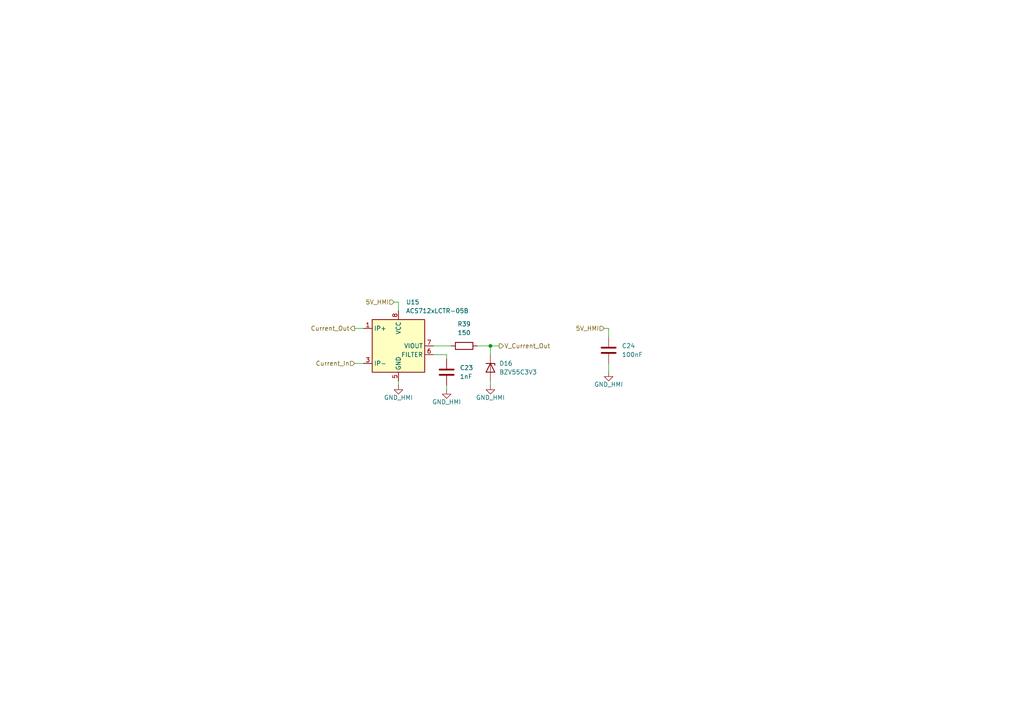
<source format=kicad_sch>
(kicad_sch
	(version 20250114)
	(generator "eeschema")
	(generator_version "9.0")
	(uuid "be6f59a5-7632-4df8-a99a-2c532b0ab752")
	(paper "A4")
	(lib_symbols
		(symbol "Device:C"
			(pin_numbers
				(hide yes)
			)
			(pin_names
				(offset 0.254)
			)
			(exclude_from_sim no)
			(in_bom yes)
			(on_board yes)
			(property "Reference" "C"
				(at 0.635 2.54 0)
				(effects
					(font
						(size 1.27 1.27)
					)
					(justify left)
				)
			)
			(property "Value" "C"
				(at 0.635 -2.54 0)
				(effects
					(font
						(size 1.27 1.27)
					)
					(justify left)
				)
			)
			(property "Footprint" ""
				(at 0.9652 -3.81 0)
				(effects
					(font
						(size 1.27 1.27)
					)
					(hide yes)
				)
			)
			(property "Datasheet" "~"
				(at 0 0 0)
				(effects
					(font
						(size 1.27 1.27)
					)
					(hide yes)
				)
			)
			(property "Description" "Unpolarized capacitor"
				(at 0 0 0)
				(effects
					(font
						(size 1.27 1.27)
					)
					(hide yes)
				)
			)
			(property "ki_keywords" "cap capacitor"
				(at 0 0 0)
				(effects
					(font
						(size 1.27 1.27)
					)
					(hide yes)
				)
			)
			(property "ki_fp_filters" "C_*"
				(at 0 0 0)
				(effects
					(font
						(size 1.27 1.27)
					)
					(hide yes)
				)
			)
			(symbol "C_0_1"
				(polyline
					(pts
						(xy -2.032 0.762) (xy 2.032 0.762)
					)
					(stroke
						(width 0.508)
						(type default)
					)
					(fill
						(type none)
					)
				)
				(polyline
					(pts
						(xy -2.032 -0.762) (xy 2.032 -0.762)
					)
					(stroke
						(width 0.508)
						(type default)
					)
					(fill
						(type none)
					)
				)
			)
			(symbol "C_1_1"
				(pin passive line
					(at 0 3.81 270)
					(length 2.794)
					(name "~"
						(effects
							(font
								(size 1.27 1.27)
							)
						)
					)
					(number "1"
						(effects
							(font
								(size 1.27 1.27)
							)
						)
					)
				)
				(pin passive line
					(at 0 -3.81 90)
					(length 2.794)
					(name "~"
						(effects
							(font
								(size 1.27 1.27)
							)
						)
					)
					(number "2"
						(effects
							(font
								(size 1.27 1.27)
							)
						)
					)
				)
			)
			(embedded_fonts no)
		)
		(symbol "Device:R"
			(pin_numbers
				(hide yes)
			)
			(pin_names
				(offset 0)
			)
			(exclude_from_sim no)
			(in_bom yes)
			(on_board yes)
			(property "Reference" "R"
				(at 2.032 0 90)
				(effects
					(font
						(size 1.27 1.27)
					)
				)
			)
			(property "Value" "R"
				(at 0 0 90)
				(effects
					(font
						(size 1.27 1.27)
					)
				)
			)
			(property "Footprint" ""
				(at -1.778 0 90)
				(effects
					(font
						(size 1.27 1.27)
					)
					(hide yes)
				)
			)
			(property "Datasheet" "~"
				(at 0 0 0)
				(effects
					(font
						(size 1.27 1.27)
					)
					(hide yes)
				)
			)
			(property "Description" "Resistor"
				(at 0 0 0)
				(effects
					(font
						(size 1.27 1.27)
					)
					(hide yes)
				)
			)
			(property "ki_keywords" "R res resistor"
				(at 0 0 0)
				(effects
					(font
						(size 1.27 1.27)
					)
					(hide yes)
				)
			)
			(property "ki_fp_filters" "R_*"
				(at 0 0 0)
				(effects
					(font
						(size 1.27 1.27)
					)
					(hide yes)
				)
			)
			(symbol "R_0_1"
				(rectangle
					(start -1.016 -2.54)
					(end 1.016 2.54)
					(stroke
						(width 0.254)
						(type default)
					)
					(fill
						(type none)
					)
				)
			)
			(symbol "R_1_1"
				(pin passive line
					(at 0 3.81 270)
					(length 1.27)
					(name "~"
						(effects
							(font
								(size 1.27 1.27)
							)
						)
					)
					(number "1"
						(effects
							(font
								(size 1.27 1.27)
							)
						)
					)
				)
				(pin passive line
					(at 0 -3.81 90)
					(length 1.27)
					(name "~"
						(effects
							(font
								(size 1.27 1.27)
							)
						)
					)
					(number "2"
						(effects
							(font
								(size 1.27 1.27)
							)
						)
					)
				)
			)
			(embedded_fonts no)
		)
		(symbol "Diode:BZV55C3V3"
			(pin_numbers
				(hide yes)
			)
			(pin_names
				(hide yes)
			)
			(exclude_from_sim no)
			(in_bom yes)
			(on_board yes)
			(property "Reference" "D"
				(at 0 2.54 0)
				(effects
					(font
						(size 1.27 1.27)
					)
				)
			)
			(property "Value" "BZV55C3V3"
				(at 0 -2.54 0)
				(effects
					(font
						(size 1.27 1.27)
					)
				)
			)
			(property "Footprint" "Diode_SMD:D_MiniMELF"
				(at 0 -4.445 0)
				(effects
					(font
						(size 1.27 1.27)
					)
					(hide yes)
				)
			)
			(property "Datasheet" "https://assets.nexperia.com/documents/data-sheet/BZV55_SER.pdf"
				(at 0 0 0)
				(effects
					(font
						(size 1.27 1.27)
					)
					(hide yes)
				)
			)
			(property "Description" "3.3V, 500mW, 5%, Zener diode, MiniMELF"
				(at 0 0 0)
				(effects
					(font
						(size 1.27 1.27)
					)
					(hide yes)
				)
			)
			(property "ki_keywords" "zener diode"
				(at 0 0 0)
				(effects
					(font
						(size 1.27 1.27)
					)
					(hide yes)
				)
			)
			(property "ki_fp_filters" "D*MiniMELF*"
				(at 0 0 0)
				(effects
					(font
						(size 1.27 1.27)
					)
					(hide yes)
				)
			)
			(symbol "BZV55C3V3_0_1"
				(polyline
					(pts
						(xy -1.27 -1.27) (xy -1.27 1.27) (xy -0.762 1.27)
					)
					(stroke
						(width 0.254)
						(type default)
					)
					(fill
						(type none)
					)
				)
				(polyline
					(pts
						(xy 1.27 0) (xy -1.27 0)
					)
					(stroke
						(width 0)
						(type default)
					)
					(fill
						(type none)
					)
				)
				(polyline
					(pts
						(xy 1.27 -1.27) (xy 1.27 1.27) (xy -1.27 0) (xy 1.27 -1.27)
					)
					(stroke
						(width 0.254)
						(type default)
					)
					(fill
						(type none)
					)
				)
			)
			(symbol "BZV55C3V3_1_1"
				(pin passive line
					(at -3.81 0 0)
					(length 2.54)
					(name "K"
						(effects
							(font
								(size 1.27 1.27)
							)
						)
					)
					(number "1"
						(effects
							(font
								(size 1.27 1.27)
							)
						)
					)
				)
				(pin passive line
					(at 3.81 0 180)
					(length 2.54)
					(name "A"
						(effects
							(font
								(size 1.27 1.27)
							)
						)
					)
					(number "2"
						(effects
							(font
								(size 1.27 1.27)
							)
						)
					)
				)
			)
			(embedded_fonts no)
		)
		(symbol "Sensor_Current:ACS712xLCTR-05B"
			(exclude_from_sim no)
			(in_bom yes)
			(on_board yes)
			(property "Reference" "U"
				(at 2.54 11.43 0)
				(effects
					(font
						(size 1.27 1.27)
					)
					(justify left)
				)
			)
			(property "Value" "ACS712xLCTR-05B"
				(at 2.54 8.89 0)
				(effects
					(font
						(size 1.27 1.27)
					)
					(justify left)
				)
			)
			(property "Footprint" "Package_SO:SOIC-8_3.9x4.9mm_P1.27mm"
				(at 2.54 -8.89 0)
				(effects
					(font
						(size 1.27 1.27)
						(italic yes)
					)
					(justify left)
					(hide yes)
				)
			)
			(property "Datasheet" "http://www.allegromicro.com/~/media/Files/Datasheets/ACS712-Datasheet.ashx?la=en"
				(at 0 0 0)
				(effects
					(font
						(size 1.27 1.27)
					)
					(hide yes)
				)
			)
			(property "Description" "±5A Bidirectional Hall-Effect Current Sensor, +5.0V supply, 185mV/A, SOIC-8"
				(at 0 0 0)
				(effects
					(font
						(size 1.27 1.27)
					)
					(hide yes)
				)
			)
			(property "ki_keywords" "hall effect current monitor sensor isolated"
				(at 0 0 0)
				(effects
					(font
						(size 1.27 1.27)
					)
					(hide yes)
				)
			)
			(property "ki_fp_filters" "SOIC*3.9x4.9m*P1.27mm*"
				(at 0 0 0)
				(effects
					(font
						(size 1.27 1.27)
					)
					(hide yes)
				)
			)
			(symbol "ACS712xLCTR-05B_0_1"
				(rectangle
					(start -7.62 7.62)
					(end 7.62 -7.62)
					(stroke
						(width 0.254)
						(type default)
					)
					(fill
						(type background)
					)
				)
			)
			(symbol "ACS712xLCTR-05B_1_1"
				(pin passive line
					(at -10.16 5.08 0)
					(length 2.54)
					(name "IP+"
						(effects
							(font
								(size 1.27 1.27)
							)
						)
					)
					(number "1"
						(effects
							(font
								(size 1.27 1.27)
							)
						)
					)
				)
				(pin passive line
					(at -10.16 5.08 0)
					(length 2.54)
					(hide yes)
					(name "IP+"
						(effects
							(font
								(size 1.27 1.27)
							)
						)
					)
					(number "2"
						(effects
							(font
								(size 1.27 1.27)
							)
						)
					)
				)
				(pin passive line
					(at -10.16 -5.08 0)
					(length 2.54)
					(name "IP-"
						(effects
							(font
								(size 1.27 1.27)
							)
						)
					)
					(number "3"
						(effects
							(font
								(size 1.27 1.27)
							)
						)
					)
				)
				(pin passive line
					(at -10.16 -5.08 0)
					(length 2.54)
					(hide yes)
					(name "IP-"
						(effects
							(font
								(size 1.27 1.27)
							)
						)
					)
					(number "4"
						(effects
							(font
								(size 1.27 1.27)
							)
						)
					)
				)
				(pin power_in line
					(at 0 10.16 270)
					(length 2.54)
					(name "VCC"
						(effects
							(font
								(size 1.27 1.27)
							)
						)
					)
					(number "8"
						(effects
							(font
								(size 1.27 1.27)
							)
						)
					)
				)
				(pin power_in line
					(at 0 -10.16 90)
					(length 2.54)
					(name "GND"
						(effects
							(font
								(size 1.27 1.27)
							)
						)
					)
					(number "5"
						(effects
							(font
								(size 1.27 1.27)
							)
						)
					)
				)
				(pin output line
					(at 10.16 0 180)
					(length 2.54)
					(name "VIOUT"
						(effects
							(font
								(size 1.27 1.27)
							)
						)
					)
					(number "7"
						(effects
							(font
								(size 1.27 1.27)
							)
						)
					)
				)
				(pin passive line
					(at 10.16 -2.54 180)
					(length 2.54)
					(name "FILTER"
						(effects
							(font
								(size 1.27 1.27)
							)
						)
					)
					(number "6"
						(effects
							(font
								(size 1.27 1.27)
							)
						)
					)
				)
			)
			(embedded_fonts no)
		)
		(symbol "power:GND"
			(power)
			(pin_numbers
				(hide yes)
			)
			(pin_names
				(offset 0)
				(hide yes)
			)
			(exclude_from_sim no)
			(in_bom yes)
			(on_board yes)
			(property "Reference" "#PWR"
				(at 0 -6.35 0)
				(effects
					(font
						(size 1.27 1.27)
					)
					(hide yes)
				)
			)
			(property "Value" "GND"
				(at 0 -3.81 0)
				(effects
					(font
						(size 1.27 1.27)
					)
				)
			)
			(property "Footprint" ""
				(at 0 0 0)
				(effects
					(font
						(size 1.27 1.27)
					)
					(hide yes)
				)
			)
			(property "Datasheet" ""
				(at 0 0 0)
				(effects
					(font
						(size 1.27 1.27)
					)
					(hide yes)
				)
			)
			(property "Description" "Power symbol creates a global label with name \"GND\" , ground"
				(at 0 0 0)
				(effects
					(font
						(size 1.27 1.27)
					)
					(hide yes)
				)
			)
			(property "ki_keywords" "global power"
				(at 0 0 0)
				(effects
					(font
						(size 1.27 1.27)
					)
					(hide yes)
				)
			)
			(symbol "GND_0_1"
				(polyline
					(pts
						(xy 0 0) (xy 0 -1.27) (xy 1.27 -1.27) (xy 0 -2.54) (xy -1.27 -1.27) (xy 0 -1.27)
					)
					(stroke
						(width 0)
						(type default)
					)
					(fill
						(type none)
					)
				)
			)
			(symbol "GND_1_1"
				(pin power_in line
					(at 0 0 270)
					(length 0)
					(name "~"
						(effects
							(font
								(size 1.27 1.27)
							)
						)
					)
					(number "1"
						(effects
							(font
								(size 1.27 1.27)
							)
						)
					)
				)
			)
			(embedded_fonts no)
		)
	)
	(junction
		(at 142.24 100.33)
		(diameter 0)
		(color 0 0 0 0)
		(uuid "35b14d3e-c917-4c5f-8bb4-f206dac8b4bf")
	)
	(wire
		(pts
			(xy 102.87 105.41) (xy 105.41 105.41)
		)
		(stroke
			(width 0)
			(type default)
		)
		(uuid "2ae3f360-3102-41db-8bc0-13860221592c")
	)
	(wire
		(pts
			(xy 129.54 102.87) (xy 129.54 104.14)
		)
		(stroke
			(width 0)
			(type default)
		)
		(uuid "63dabaaa-9229-4172-a2ec-475e2a152a9e")
	)
	(wire
		(pts
			(xy 138.43 100.33) (xy 142.24 100.33)
		)
		(stroke
			(width 0)
			(type default)
		)
		(uuid "7611751a-ca5e-40df-95b3-859848c0d2fd")
	)
	(wire
		(pts
			(xy 176.53 95.25) (xy 176.53 97.79)
		)
		(stroke
			(width 0)
			(type default)
		)
		(uuid "7920cb1a-828d-4f67-9d2e-f27edfb07112")
	)
	(wire
		(pts
			(xy 102.87 95.25) (xy 105.41 95.25)
		)
		(stroke
			(width 0)
			(type default)
		)
		(uuid "946bf72e-0779-4be7-aa6e-efe707210dd7")
	)
	(wire
		(pts
			(xy 176.53 107.95) (xy 176.53 105.41)
		)
		(stroke
			(width 0)
			(type default)
		)
		(uuid "970ce4f8-7f92-498c-89ab-ad897ebe47ed")
	)
	(wire
		(pts
			(xy 115.57 110.49) (xy 115.57 111.76)
		)
		(stroke
			(width 0)
			(type default)
		)
		(uuid "9c14913f-66e9-42ae-af79-90033d11a90d")
	)
	(wire
		(pts
			(xy 142.24 110.49) (xy 142.24 111.76)
		)
		(stroke
			(width 0)
			(type default)
		)
		(uuid "9f297937-9419-4807-b0bb-5f8149c2baad")
	)
	(wire
		(pts
			(xy 142.24 100.33) (xy 144.78 100.33)
		)
		(stroke
			(width 0)
			(type default)
		)
		(uuid "9fe68447-75d0-4cbc-bd75-32eef6719c85")
	)
	(wire
		(pts
			(xy 114.3 87.63) (xy 115.57 87.63)
		)
		(stroke
			(width 0)
			(type default)
		)
		(uuid "a1476c37-6bf6-486b-b944-86b1484d3f6c")
	)
	(wire
		(pts
			(xy 125.73 102.87) (xy 129.54 102.87)
		)
		(stroke
			(width 0)
			(type default)
		)
		(uuid "b2f285c9-6132-4e19-9c68-70b8493205fb")
	)
	(wire
		(pts
			(xy 175.26 95.25) (xy 176.53 95.25)
		)
		(stroke
			(width 0)
			(type default)
		)
		(uuid "badd89c7-0925-4544-86f4-a453b6ff2e61")
	)
	(wire
		(pts
			(xy 129.54 111.76) (xy 129.54 113.03)
		)
		(stroke
			(width 0)
			(type default)
		)
		(uuid "be954219-2d24-40c1-a095-9a5a2e5c0c20")
	)
	(wire
		(pts
			(xy 125.73 100.33) (xy 130.81 100.33)
		)
		(stroke
			(width 0)
			(type default)
		)
		(uuid "c2e6a2fc-c71a-4ad3-acba-f287f235cc2a")
	)
	(wire
		(pts
			(xy 115.57 87.63) (xy 115.57 90.17)
		)
		(stroke
			(width 0)
			(type default)
		)
		(uuid "ddf6ed50-7aa6-4c75-ad94-f43cf7ea5593")
	)
	(wire
		(pts
			(xy 142.24 100.33) (xy 142.24 102.87)
		)
		(stroke
			(width 0)
			(type default)
		)
		(uuid "f97d02b2-2fcb-45fc-a523-846e82f048d1")
	)
	(hierarchical_label "Current_In"
		(shape input)
		(at 102.87 105.41 180)
		(effects
			(font
				(size 1.27 1.27)
			)
			(justify right)
		)
		(uuid "351918b4-6d4c-45b2-bc6b-b79f650e2ae0")
	)
	(hierarchical_label "5V_HMI"
		(shape input)
		(at 114.3 87.63 180)
		(effects
			(font
				(size 1.27 1.27)
			)
			(justify right)
		)
		(uuid "38eaa797-d54a-4602-a0d2-f1e79d822961")
	)
	(hierarchical_label "V_Current_Out"
		(shape output)
		(at 144.78 100.33 0)
		(effects
			(font
				(size 1.27 1.27)
			)
			(justify left)
		)
		(uuid "6557d809-4e5c-4a79-9810-10e778489dd6")
	)
	(hierarchical_label "5V_HMI"
		(shape input)
		(at 175.26 95.25 180)
		(effects
			(font
				(size 1.27 1.27)
			)
			(justify right)
		)
		(uuid "6d87aeff-3b29-411d-b602-07be16a8d0d5")
	)
	(hierarchical_label "Current_Out"
		(shape output)
		(at 102.87 95.25 180)
		(effects
			(font
				(size 1.27 1.27)
			)
			(justify right)
		)
		(uuid "d64b1345-d28b-4ed8-bf0a-533fb873e267")
	)
	(symbol
		(lib_id "Device:C")
		(at 176.53 101.6 0)
		(unit 1)
		(exclude_from_sim no)
		(in_bom yes)
		(on_board yes)
		(dnp no)
		(fields_autoplaced yes)
		(uuid "50e5e8f5-cbaf-43e0-93e1-bc7362a3a414")
		(property "Reference" "C24"
			(at 180.34 100.3299 0)
			(effects
				(font
					(size 1.27 1.27)
				)
				(justify left)
			)
		)
		(property "Value" "100nF"
			(at 180.34 102.8699 0)
			(effects
				(font
					(size 1.27 1.27)
				)
				(justify left)
			)
		)
		(property "Footprint" "Capacitor_SMD:C_0603_1608Metric_Pad1.08x0.95mm_HandSolder"
			(at 177.4952 105.41 0)
			(effects
				(font
					(size 1.27 1.27)
				)
				(hide yes)
			)
		)
		(property "Datasheet" "~"
			(at 176.53 101.6 0)
			(effects
				(font
					(size 1.27 1.27)
				)
				(hide yes)
			)
		)
		(property "Description" "Unpolarized capacitor"
			(at 176.53 101.6 0)
			(effects
				(font
					(size 1.27 1.27)
				)
				(hide yes)
			)
		)
		(pin "1"
			(uuid "053cce64-3b0a-42be-8959-557001e33fd6")
		)
		(pin "2"
			(uuid "1f46d56b-91d8-4c36-a88f-05ca0c624ff9")
		)
		(instances
			(project "VFD_V1"
				(path "/e60c11d9-ab9e-4760-a4a7-008fcec65a72/c6551446-5e26-4d9a-a5bc-1c867d865e21/5d7c7860-569e-4893-a242-75c72190872b"
					(reference "C24")
					(unit 1)
				)
			)
		)
	)
	(symbol
		(lib_id "power:GND")
		(at 115.57 111.76 0)
		(unit 1)
		(exclude_from_sim no)
		(in_bom yes)
		(on_board yes)
		(dnp no)
		(uuid "5ad4f0a1-92c3-4316-879a-3ea365124d58")
		(property "Reference" "#PWR050"
			(at 115.57 118.11 0)
			(effects
				(font
					(size 1.27 1.27)
				)
				(hide yes)
			)
		)
		(property "Value" "GND_HMI"
			(at 115.57 115.316 0)
			(effects
				(font
					(size 1.27 1.27)
				)
			)
		)
		(property "Footprint" ""
			(at 115.57 111.76 0)
			(effects
				(font
					(size 1.27 1.27)
				)
				(hide yes)
			)
		)
		(property "Datasheet" ""
			(at 115.57 111.76 0)
			(effects
				(font
					(size 1.27 1.27)
				)
				(hide yes)
			)
		)
		(property "Description" "Power symbol creates a global label with name \"GND\" , ground"
			(at 115.57 111.76 0)
			(effects
				(font
					(size 1.27 1.27)
				)
				(hide yes)
			)
		)
		(pin "1"
			(uuid "d8c19e1f-125d-4453-826b-54c4ab75d8e6")
		)
		(instances
			(project "VFD_V1"
				(path "/e60c11d9-ab9e-4760-a4a7-008fcec65a72/c6551446-5e26-4d9a-a5bc-1c867d865e21/5d7c7860-569e-4893-a242-75c72190872b"
					(reference "#PWR050")
					(unit 1)
				)
			)
		)
	)
	(symbol
		(lib_id "Diode:BZV55C3V3")
		(at 142.24 106.68 270)
		(unit 1)
		(exclude_from_sim no)
		(in_bom yes)
		(on_board yes)
		(dnp no)
		(fields_autoplaced yes)
		(uuid "65a3f1bc-1d4a-4026-8893-181ec6ac4593")
		(property "Reference" "D16"
			(at 144.78 105.4099 90)
			(effects
				(font
					(size 1.27 1.27)
				)
				(justify left)
			)
		)
		(property "Value" "BZV55C3V3"
			(at 144.78 107.9499 90)
			(effects
				(font
					(size 1.27 1.27)
				)
				(justify left)
			)
		)
		(property "Footprint" "Diode_SMD:D_MiniMELF_Handsoldering"
			(at 137.795 106.68 0)
			(effects
				(font
					(size 1.27 1.27)
				)
				(hide yes)
			)
		)
		(property "Datasheet" "https://assets.nexperia.com/documents/data-sheet/BZV55_SER.pdf"
			(at 142.24 106.68 0)
			(effects
				(font
					(size 1.27 1.27)
				)
				(hide yes)
			)
		)
		(property "Description" "3.3V, 500mW, 5%, Zener diode, MiniMELF"
			(at 142.24 106.68 0)
			(effects
				(font
					(size 1.27 1.27)
				)
				(hide yes)
			)
		)
		(pin "1"
			(uuid "d7455685-d766-4aa7-a190-d0717c08242c")
		)
		(pin "2"
			(uuid "a88461d0-8d1b-40fd-99b6-abf3aaa81135")
		)
		(instances
			(project ""
				(path "/e60c11d9-ab9e-4760-a4a7-008fcec65a72/c6551446-5e26-4d9a-a5bc-1c867d865e21/5d7c7860-569e-4893-a242-75c72190872b"
					(reference "D16")
					(unit 1)
				)
			)
		)
	)
	(symbol
		(lib_id "power:GND")
		(at 176.53 107.95 0)
		(unit 1)
		(exclude_from_sim no)
		(in_bom yes)
		(on_board yes)
		(dnp no)
		(uuid "795f265a-c3d6-4e6c-8112-f33fd9f1ce4c")
		(property "Reference" "#PWR053"
			(at 176.53 114.3 0)
			(effects
				(font
					(size 1.27 1.27)
				)
				(hide yes)
			)
		)
		(property "Value" "GND_HMI"
			(at 176.53 111.506 0)
			(effects
				(font
					(size 1.27 1.27)
				)
			)
		)
		(property "Footprint" ""
			(at 176.53 107.95 0)
			(effects
				(font
					(size 1.27 1.27)
				)
				(hide yes)
			)
		)
		(property "Datasheet" ""
			(at 176.53 107.95 0)
			(effects
				(font
					(size 1.27 1.27)
				)
				(hide yes)
			)
		)
		(property "Description" "Power symbol creates a global label with name \"GND\" , ground"
			(at 176.53 107.95 0)
			(effects
				(font
					(size 1.27 1.27)
				)
				(hide yes)
			)
		)
		(pin "1"
			(uuid "3186680b-3758-48d2-89d6-d00b607ab09b")
		)
		(instances
			(project "VFD_V1"
				(path "/e60c11d9-ab9e-4760-a4a7-008fcec65a72/c6551446-5e26-4d9a-a5bc-1c867d865e21/5d7c7860-569e-4893-a242-75c72190872b"
					(reference "#PWR053")
					(unit 1)
				)
			)
		)
	)
	(symbol
		(lib_id "Device:C")
		(at 129.54 107.95 0)
		(unit 1)
		(exclude_from_sim no)
		(in_bom yes)
		(on_board yes)
		(dnp no)
		(fields_autoplaced yes)
		(uuid "7f0f8656-91ef-422a-bd2b-816293677f18")
		(property "Reference" "C23"
			(at 133.35 106.6799 0)
			(effects
				(font
					(size 1.27 1.27)
				)
				(justify left)
			)
		)
		(property "Value" "1nF"
			(at 133.35 109.2199 0)
			(effects
				(font
					(size 1.27 1.27)
				)
				(justify left)
			)
		)
		(property "Footprint" "Capacitor_SMD:C_0603_1608Metric_Pad1.08x0.95mm_HandSolder"
			(at 130.5052 111.76 0)
			(effects
				(font
					(size 1.27 1.27)
				)
				(hide yes)
			)
		)
		(property "Datasheet" "~"
			(at 129.54 107.95 0)
			(effects
				(font
					(size 1.27 1.27)
				)
				(hide yes)
			)
		)
		(property "Description" "Unpolarized capacitor"
			(at 129.54 107.95 0)
			(effects
				(font
					(size 1.27 1.27)
				)
				(hide yes)
			)
		)
		(pin "1"
			(uuid "57a33b20-e6fb-4119-ace3-469126446e69")
		)
		(pin "2"
			(uuid "53511dde-cee0-44ca-a7b7-cbb200339447")
		)
		(instances
			(project ""
				(path "/e60c11d9-ab9e-4760-a4a7-008fcec65a72/c6551446-5e26-4d9a-a5bc-1c867d865e21/5d7c7860-569e-4893-a242-75c72190872b"
					(reference "C23")
					(unit 1)
				)
			)
		)
	)
	(symbol
		(lib_id "power:GND")
		(at 129.54 113.03 0)
		(unit 1)
		(exclude_from_sim no)
		(in_bom yes)
		(on_board yes)
		(dnp no)
		(uuid "b3186b5b-5379-476d-b590-33fc4ac1d243")
		(property "Reference" "#PWR051"
			(at 129.54 119.38 0)
			(effects
				(font
					(size 1.27 1.27)
				)
				(hide yes)
			)
		)
		(property "Value" "GND_HMI"
			(at 129.54 116.586 0)
			(effects
				(font
					(size 1.27 1.27)
				)
			)
		)
		(property "Footprint" ""
			(at 129.54 113.03 0)
			(effects
				(font
					(size 1.27 1.27)
				)
				(hide yes)
			)
		)
		(property "Datasheet" ""
			(at 129.54 113.03 0)
			(effects
				(font
					(size 1.27 1.27)
				)
				(hide yes)
			)
		)
		(property "Description" "Power symbol creates a global label with name \"GND\" , ground"
			(at 129.54 113.03 0)
			(effects
				(font
					(size 1.27 1.27)
				)
				(hide yes)
			)
		)
		(pin "1"
			(uuid "6ec88c58-afcc-40cb-afb7-22590ec57a48")
		)
		(instances
			(project "VFD_V1"
				(path "/e60c11d9-ab9e-4760-a4a7-008fcec65a72/c6551446-5e26-4d9a-a5bc-1c867d865e21/5d7c7860-569e-4893-a242-75c72190872b"
					(reference "#PWR051")
					(unit 1)
				)
			)
		)
	)
	(symbol
		(lib_id "Device:R")
		(at 134.62 100.33 90)
		(unit 1)
		(exclude_from_sim no)
		(in_bom yes)
		(on_board yes)
		(dnp no)
		(fields_autoplaced yes)
		(uuid "c7dca8a9-2bfa-4436-88a7-12e2ea098618")
		(property "Reference" "R39"
			(at 134.62 93.98 90)
			(effects
				(font
					(size 1.27 1.27)
				)
			)
		)
		(property "Value" "150"
			(at 134.62 96.52 90)
			(effects
				(font
					(size 1.27 1.27)
				)
			)
		)
		(property "Footprint" "Resistor_SMD:R_0603_1608Metric_Pad0.98x0.95mm_HandSolder"
			(at 134.62 102.108 90)
			(effects
				(font
					(size 1.27 1.27)
				)
				(hide yes)
			)
		)
		(property "Datasheet" "~"
			(at 134.62 100.33 0)
			(effects
				(font
					(size 1.27 1.27)
				)
				(hide yes)
			)
		)
		(property "Description" "Resistor"
			(at 134.62 100.33 0)
			(effects
				(font
					(size 1.27 1.27)
				)
				(hide yes)
			)
		)
		(pin "1"
			(uuid "bddfe430-c162-4e91-9f44-33102d46fa06")
		)
		(pin "2"
			(uuid "32720615-452d-4bfd-b69a-d44c84d152f3")
		)
		(instances
			(project "VFD_V1"
				(path "/e60c11d9-ab9e-4760-a4a7-008fcec65a72/c6551446-5e26-4d9a-a5bc-1c867d865e21/5d7c7860-569e-4893-a242-75c72190872b"
					(reference "R39")
					(unit 1)
				)
			)
		)
	)
	(symbol
		(lib_id "power:GND")
		(at 142.24 111.76 0)
		(unit 1)
		(exclude_from_sim no)
		(in_bom yes)
		(on_board yes)
		(dnp no)
		(uuid "d1d70d38-64c4-4812-869d-56a8e53daaaf")
		(property "Reference" "#PWR052"
			(at 142.24 118.11 0)
			(effects
				(font
					(size 1.27 1.27)
				)
				(hide yes)
			)
		)
		(property "Value" "GND_HMI"
			(at 142.24 115.316 0)
			(effects
				(font
					(size 1.27 1.27)
				)
			)
		)
		(property "Footprint" ""
			(at 142.24 111.76 0)
			(effects
				(font
					(size 1.27 1.27)
				)
				(hide yes)
			)
		)
		(property "Datasheet" ""
			(at 142.24 111.76 0)
			(effects
				(font
					(size 1.27 1.27)
				)
				(hide yes)
			)
		)
		(property "Description" "Power symbol creates a global label with name \"GND\" , ground"
			(at 142.24 111.76 0)
			(effects
				(font
					(size 1.27 1.27)
				)
				(hide yes)
			)
		)
		(pin "1"
			(uuid "df2f31ea-86d1-4c0a-9b29-97716f3cb8ac")
		)
		(instances
			(project "VFD_V1"
				(path "/e60c11d9-ab9e-4760-a4a7-008fcec65a72/c6551446-5e26-4d9a-a5bc-1c867d865e21/5d7c7860-569e-4893-a242-75c72190872b"
					(reference "#PWR052")
					(unit 1)
				)
			)
		)
	)
	(symbol
		(lib_id "Sensor_Current:ACS712xLCTR-05B")
		(at 115.57 100.33 0)
		(unit 1)
		(exclude_from_sim no)
		(in_bom yes)
		(on_board yes)
		(dnp no)
		(fields_autoplaced yes)
		(uuid "e261b0bb-af6b-450b-a927-d14f63afcf3e")
		(property "Reference" "U15"
			(at 117.7133 87.63 0)
			(effects
				(font
					(size 1.27 1.27)
				)
				(justify left)
			)
		)
		(property "Value" "ACS712xLCTR-05B"
			(at 117.7133 90.17 0)
			(effects
				(font
					(size 1.27 1.27)
				)
				(justify left)
			)
		)
		(property "Footprint" "Package_SO:SOIC-8_3.9x4.9mm_P1.27mm"
			(at 118.11 109.22 0)
			(effects
				(font
					(size 1.27 1.27)
					(italic yes)
				)
				(justify left)
				(hide yes)
			)
		)
		(property "Datasheet" "http://www.allegromicro.com/~/media/Files/Datasheets/ACS712-Datasheet.ashx?la=en"
			(at 115.57 100.33 0)
			(effects
				(font
					(size 1.27 1.27)
				)
				(hide yes)
			)
		)
		(property "Description" "±5A Bidirectional Hall-Effect Current Sensor, +5.0V supply, 185mV/A, SOIC-8"
			(at 115.57 100.33 0)
			(effects
				(font
					(size 1.27 1.27)
				)
				(hide yes)
			)
		)
		(pin "1"
			(uuid "575ed0b2-1161-4aa0-8a3b-4b8c498deb89")
		)
		(pin "4"
			(uuid "b7c1a1a7-ebfe-449b-b7a3-85123eae3991")
		)
		(pin "6"
			(uuid "d634cf96-bac6-4ca4-87a1-cd88663429aa")
		)
		(pin "5"
			(uuid "8cf913b1-58d3-4943-b188-024d9dbf1ecd")
		)
		(pin "8"
			(uuid "05814669-5b8f-45d3-9d37-0b5f237191a0")
		)
		(pin "7"
			(uuid "52b5fcb8-5f9c-4e20-a8d5-fb8965572a2d")
		)
		(pin "3"
			(uuid "c0fe7331-c839-4fa8-baf4-a7a076ebee94")
		)
		(pin "2"
			(uuid "0bec1305-a952-44be-ab2c-a142f3eb663d")
		)
		(instances
			(project ""
				(path "/e60c11d9-ab9e-4760-a4a7-008fcec65a72/c6551446-5e26-4d9a-a5bc-1c867d865e21/5d7c7860-569e-4893-a242-75c72190872b"
					(reference "U15")
					(unit 1)
				)
			)
		)
	)
)

</source>
